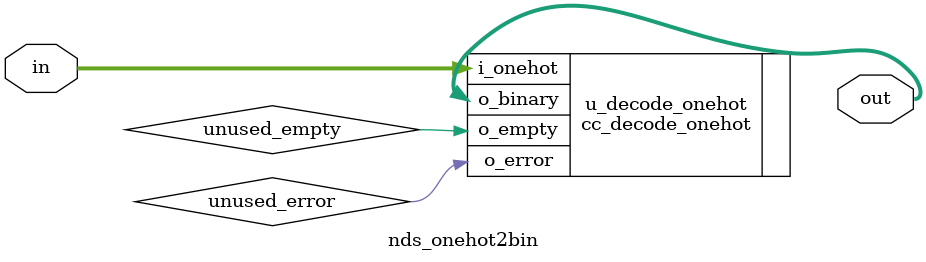
<source format=sv>

module nds_onehot2bin (
  out,
  in
);
  parameter N = 8;
  localparam W = $clog2(N);

  output   [W-1:0] out;
  input    [N-1:0] in;

  logic unused_empty;
  logic unused_error;

  cc_decode_onehot #(
    .OhtWidth(N)
  ) u_decode_onehot (
    .i_onehot(in),
    .o_binary(out),
    .o_empty(unused_empty),
    .o_error(unused_error)
  );

endmodule


</source>
